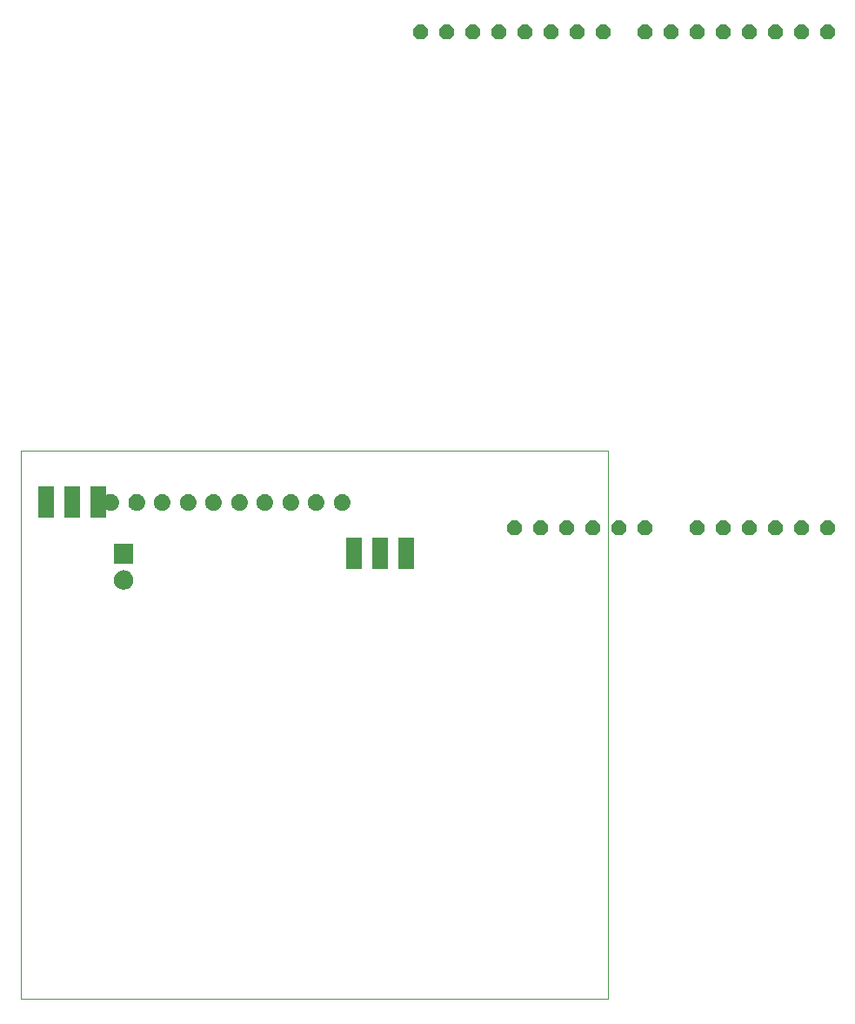
<source format=gbs>
G75*
G71*
%OFA0B0*%
%FSLAX23Y23*%
%IPPOS*%
%LPD*%
%ADD10C,0.1*%
%LPD*%D10*
X0Y0D02*
X0Y100D01*
X0Y200D01*
X0Y300D01*
X0Y400D01*
X0Y499D01*
X0Y599D01*
X0Y699D01*
X0Y799D01*
X0Y899D01*
X0Y999D01*
X0Y1099D01*
X0Y1199D01*
X0Y1299D01*
X0Y1398D01*
X0Y1498D01*
X0Y1598D01*
X0Y1698D01*
X0Y1798D01*
X0Y1898D01*
X0Y1998D01*
X0Y2098D01*
X0Y2198D01*
X0Y2297D01*
X0Y2397D01*
X0Y2497D01*
X0Y2597D01*
X0Y2697D01*
X0Y2797D01*
X0Y2897D01*
X0Y2997D01*
X0Y3097D01*
X0Y3196D01*
X0Y3296D01*
X0Y3396D01*
X0Y3496D01*
X0Y3596D01*
X0Y3696D01*
X0Y3796D01*
X0Y3896D01*
X0Y3995D01*
X0Y4095D01*
X0Y4195D01*
X0Y4295D01*
X0Y4395D01*
X0Y4495D01*
X0Y4595D01*
X0Y4695D01*
X0Y4795D01*
X0Y4894D01*
X0Y4994D01*
X0Y5094D01*
X0Y5194D01*
X0Y5294D01*
X0Y5394D01*
X0Y5494D01*
X0Y5594D01*
X0Y5694D01*
X0Y5793D01*
X0Y5893D01*
X0Y5993D01*
X0Y6093D01*
X0Y6193D01*
X0Y6293D01*
X0Y6393D01*
X0Y6493D01*
X0Y6593D01*
X0Y6692D01*
X0Y6792D01*
X0Y6892D01*
X0Y6992D01*
X0Y7092D01*
X0Y7192D01*
X0Y7292D01*
X0Y7392D01*
X0Y7492D01*
X0Y7591D01*
X0Y7691D01*
X0Y7791D01*
X0Y7891D01*
X0Y7991D01*
X0Y8091D01*
X0Y8191D01*
X0Y8291D01*
X0Y8391D01*
X0Y8490D01*
X0Y8590D01*
X0Y8690D01*
X0Y8790D01*
X0Y8890D01*
X0Y8990D01*
X0Y9090D01*
X0Y9190D01*
X0Y9290D01*
X0Y9389D01*
X0Y9489D01*
X0Y9589D01*
X0Y9689D01*
X0Y9789D01*
X0Y9889D01*
X0Y9989D01*
X0Y10089D01*
X0Y10188D01*
X0Y10288D01*
X0Y10388D01*
X0Y10488D01*
X0Y10588D01*
X0Y10688D01*
X0Y10788D01*
X0Y10888D01*
X0Y10988D01*
X0Y11087D01*
X0Y11187D01*
X0Y11287D01*
X0Y11387D01*
X0Y11487D01*
X0Y11587D01*
X0Y11687D01*
X0Y11787D01*
X0Y11887D01*
X0Y11986D01*
X0Y12086D01*
X0Y12186D01*
X0Y12286D01*
X0Y12386D01*
X0Y12486D01*
X0Y12586D01*
X0Y12686D01*
X0Y12786D01*
X0Y12885D01*
X0Y12985D01*
X0Y13085D01*
X0Y13185D01*
X0Y13285D01*
X0Y13385D01*
X0Y13485D01*
X0Y13585D01*
X0Y13685D01*
X0Y13784D01*
X0Y13884D01*
X0Y13984D01*
X0Y14084D01*
X0Y14184D01*
X0Y14284D01*
X0Y14384D01*
X0Y14484D01*
X0Y14584D01*
X0Y14683D01*
X0Y14783D01*
X0Y14883D01*
X0Y14983D01*
X0Y15083D01*
X0Y15183D01*
X0Y15283D01*
X0Y15383D01*
X0Y15483D01*
X0Y15582D01*
X0Y15682D01*
X0Y15782D01*
X0Y15882D01*
X0Y15982D01*
X0Y16082D01*
X0Y16182D01*
X0Y16282D01*
X0Y16381D01*
X0Y16481D01*
X0Y16581D01*
X0Y16681D01*
X0Y16781D01*
X0Y16881D01*
X0Y16981D01*
X0Y17081D01*
X0Y17181D01*
X0Y17280D01*
X0Y17380D01*
X0Y17480D01*
X0Y17580D01*
X0Y17680D01*
X0Y17780D01*
X0Y17880D01*
X0Y17980D01*
X0Y18080D01*
X0Y18179D01*
X0Y18279D01*
X0Y18379D01*
X0Y18479D01*
X0Y18579D01*
X0Y18679D01*
X0Y18779D01*
X0Y18879D01*
X0Y18979D01*
X0Y19078D01*
X0Y19178D01*
X0Y19278D01*
X0Y19378D01*
X0Y19478D01*
X0Y19578D01*
X0Y19678D01*
X0Y19778D01*
X0Y19878D01*
X0Y19977D01*
X0Y20077D01*
X0Y20177D01*
X0Y20277D01*
X0Y20377D01*
X0Y20477D01*
X0Y20577D01*
X0Y20677D01*
X0Y20777D01*
X0Y20876D01*
X0Y20976D01*
X0Y21076D01*
X0Y21176D01*
X0Y21276D01*
X0Y21376D01*
X0Y21476D01*
X0Y21576D01*
X0Y21676D01*
X0Y21775D01*
X0Y21875D01*
X0Y21975D01*
X0Y22075D01*
X0Y22175D01*
X0Y22275D01*
X0Y22375D01*
X0Y22475D01*
X0Y22575D01*
X0Y22674D01*
X0Y22774D01*
X0Y22874D01*
X0Y22974D01*
X0Y23074D01*
X0Y23174D01*
X0Y23274D01*
X0Y23374D01*
X0Y23473D01*
X0Y23573D01*
X0Y23673D01*
X0Y23773D01*
X0Y23873D01*
X0Y23973D01*
X0Y24073D01*
X0Y24173D01*
X0Y24273D01*
X0Y24372D01*
X0Y24472D01*
X0Y24572D01*
X0Y24672D01*
X0Y24772D01*
X0Y24872D01*
X0Y24972D01*
X0Y25072D01*
X0Y25172D01*
X0Y25271D01*
X0Y25371D01*
X0Y25471D01*
X0Y25571D01*
X0Y25671D01*
X0Y25771D01*
X0Y25871D01*
X0Y25971D01*
X0Y26071D01*
X0Y26170D01*
X0Y26270D01*
X0Y26370D01*
X0Y26470D01*
X0Y26570D01*
X0Y26670D01*
X0Y26770D01*
X0Y26870D01*
X0Y26970D01*
X0Y27069D01*
X0Y27169D01*
X0Y27269D01*
X0Y27369D01*
X0Y27469D01*
X0Y27569D01*
X0Y27669D01*
X0Y27769D01*
X0Y27869D01*
X0Y27968D01*
X0Y28068D01*
X0Y28168D01*
X0Y28268D01*
X0Y28368D01*
X0Y28468D01*
X0Y28568D01*
X0Y28668D01*
X0Y28768D01*
X0Y28867D01*
X0Y28967D01*
X0Y29067D01*
X0Y29167D01*
X0Y29267D01*
X0Y29367D01*
X0Y29467D01*
X0Y29567D01*
X0Y29667D01*
X0Y29766D01*
X0Y29866D01*
X0Y29966D01*
X0Y30066D01*
X0Y30166D01*
X0Y30266D01*
X0Y30366D01*
X0Y30466D01*
X0Y30565D01*
X0Y30665D01*
X0Y30765D01*
X0Y30865D01*
X0Y30965D01*
X0Y31065D01*
X0Y31165D01*
X0Y31265D01*
X0Y31365D01*
X0Y31464D01*
X0Y31564D01*
X0Y31664D01*
X0Y31764D01*
X0Y31864D01*
X0Y31964D01*
X0Y32064D01*
X0Y32164D01*
X0Y32264D01*
X0Y32363D01*
X0Y32463D01*
X0Y32563D01*
X0Y32663D01*
X0Y32763D01*
X0Y32863D01*
X0Y32963D01*
X0Y33063D01*
X0Y33163D01*
X0Y33262D01*
X0Y33362D01*
X0Y33462D01*
X0Y33562D01*
X0Y33662D01*
X0Y33762D01*
X0Y33862D01*
X0Y33962D01*
X0Y34062D01*
X0Y34161D01*
X0Y34261D01*
X0Y34361D01*
X0Y34461D01*
X0Y34561D01*
X0Y34661D01*
X0Y34761D01*
X0Y34861D01*
X0Y34961D01*
X0Y35060D01*
X0Y35160D01*
X0Y35260D01*
X0Y35360D01*
X0Y35460D01*
X0Y35560D01*
X0Y35660D01*
X0Y35760D01*
X0Y35860D01*
X0Y35959D01*
X0Y36059D01*
X0Y36159D01*
X0Y36259D01*
X0Y36359D01*
X0Y36459D01*
X0Y36559D01*
X0Y36659D01*
X0Y36759D01*
X0Y36858D01*
X0Y36958D01*
X0Y37058D01*
X0Y37158D01*
X0Y37258D01*
X0Y37358D01*
X0Y37458D01*
X0Y37558D01*
X0Y37658D01*
X0Y37757D01*
X0Y37857D01*
X0Y37957D01*
X0Y38057D01*
X0Y38157D01*
X0Y38257D01*
X0Y38357D01*
X0Y38457D01*
X0Y38556D01*
X0Y38656D01*
X0Y38756D01*
X0Y38856D01*
X0Y38956D01*
X0Y39056D01*
X0Y39156D01*
X0Y39256D01*
X0Y39356D01*
X0Y39455D01*
X0Y39555D01*
X0Y39655D01*
X0Y39755D01*
X0Y39855D01*
X0Y39955D01*
X0Y40055D01*
X0Y40155D01*
X0Y40255D01*
X0Y40354D01*
X0Y40454D01*
X0Y40554D01*
X0Y40654D01*
X0Y40754D01*
X0Y40854D01*
X0Y40954D01*
X0Y41054D01*
X0Y41154D01*
X0Y41253D01*
X0Y41353D01*
X0Y41453D01*
X0Y41553D01*
X0Y41653D01*
X0Y41753D01*
X0Y41853D01*
X0Y41953D01*
X0Y42053D01*
X0Y42152D01*
X0Y42252D01*
X0Y42352D01*
X0Y42452D01*
X0Y42552D01*
X0Y42652D01*
X0Y42752D01*
X0Y42852D01*
X0Y42952D01*
X0Y43051D01*
X0Y43151D01*
X0Y43251D01*
X0Y43351D01*
X0Y43451D01*
X0Y43551D01*
X0Y43651D01*
X0Y43751D01*
X0Y43851D01*
X0Y43950D01*
X0Y44050D01*
X0Y44150D01*
X0Y44250D01*
X0Y44350D01*
X0Y44450D01*
X0Y44550D01*
X0Y44650D01*
X0Y44750D01*
X0Y44849D01*
X0Y44949D01*
X0Y45049D01*
X0Y45149D01*
X0Y45249D01*
X0Y45349D01*
X0Y45449D01*
X0Y45549D01*
X0Y45649D01*
X0Y45748D01*
X0Y45848D01*
X0Y45948D01*
X0Y46048D01*
X0Y46148D01*
X0Y46248D01*
X0Y46348D01*
X0Y46448D01*
X0Y46548D01*
X0Y46647D01*
X0Y46747D01*
X0Y46847D01*
X0Y46947D01*
X0Y47047D01*
X0Y47147D01*
X0Y47247D01*
X0Y47347D01*
X0Y47447D01*
X0Y47546D01*
X0Y47646D01*
X0Y47746D01*
X0Y47846D01*
X0Y47946D01*
X0Y48046D01*
X0Y48146D01*
X0Y48246D01*
X0Y48346D01*
X0Y48445D01*
X0Y48545D01*
X0Y48645D01*
X0Y48745D01*
X0Y48845D01*
X0Y48945D01*
X0Y49045D01*
X0Y49145D01*
X0Y49244D01*
X0Y49344D01*
X0Y49444D01*
X0Y49544D01*
X0Y49644D01*
X0Y49744D01*
X0Y49844D01*
X0Y49944D01*
X0Y50044D01*
X0Y50143D01*
X0Y50243D01*
X0Y50343D01*
X0Y50443D01*
X0Y50543D01*
X0Y50643D01*
X0Y50743D01*
X0Y50843D01*
X0Y50943D01*
X0Y51043D01*
X0Y51142D01*
X0Y51242D01*
X0Y51342D01*
X0Y51442D01*
X0Y51542D01*
X0Y51642D01*
X0Y51742D01*
X0Y51842D01*
X0Y51942D01*
X0Y52041D01*
X0Y52141D01*
X0Y52241D01*
X0Y52341D01*
X0Y52441D01*
X0Y52541D01*
X0Y52641D01*
X0Y52741D01*
X0Y52841D01*
X0Y52940D01*
X0Y53040D01*
X0Y53140D01*
X0Y53240D01*
X0Y53340D01*
X100Y53340D01*
X200Y53340D01*
X300Y53340D01*
X400Y53340D01*
X500Y53340D01*
X599Y53340D01*
X699Y53340D01*
X799Y53340D01*
X899Y53340D01*
X999Y53340D01*
X1099Y53340D01*
X1199Y53340D01*
X1299Y53340D01*
X1399Y53340D01*
X1499Y53340D01*
X1599Y53340D01*
X1699Y53340D01*
X1798Y53340D01*
X1898Y53340D01*
X1998Y53340D01*
X2098Y53340D01*
X2198Y53340D01*
X2298Y53340D01*
X2398Y53340D01*
X2498Y53340D01*
X2598Y53340D01*
X2698Y53340D01*
X2798Y53340D01*
X2897Y53340D01*
X2997Y53340D01*
X3097Y53340D01*
X3197Y53340D01*
X3297Y53340D01*
X3397Y53340D01*
X3497Y53340D01*
X3597Y53340D01*
X3697Y53340D01*
X3797Y53340D01*
X3897Y53340D01*
X3996Y53340D01*
X4096Y53340D01*
X4196Y53340D01*
X4296Y53340D01*
X4396Y53340D01*
X4496Y53340D01*
X4596Y53340D01*
X4696Y53340D01*
X4796Y53340D01*
X4896Y53340D01*
X4996Y53340D01*
X5096Y53340D01*
X5195Y53340D01*
X5295Y53340D01*
X5395Y53340D01*
X5495Y53340D01*
X5595Y53340D01*
X5695Y53340D01*
X5795Y53340D01*
X5895Y53340D01*
X5995Y53340D01*
X6095Y53340D01*
X6195Y53340D01*
X6294Y53340D01*
X6394Y53340D01*
X6494Y53340D01*
X6594Y53340D01*
X6694Y53340D01*
X6794Y53340D01*
X6894Y53340D01*
X6994Y53340D01*
X7094Y53340D01*
X7194Y53340D01*
X7294Y53340D01*
X7393Y53340D01*
X7493Y53340D01*
X7593Y53340D01*
X7693Y53340D01*
X7793Y53340D01*
X7893Y53340D01*
X7993Y53340D01*
X8093Y53340D01*
X8193Y53340D01*
X8293Y53340D01*
X8393Y53340D01*
X8493Y53340D01*
X8592Y53340D01*
X8692Y53340D01*
X8792Y53340D01*
X8892Y53340D01*
X8992Y53340D01*
X9092Y53340D01*
X9192Y53340D01*
X9292Y53340D01*
X9392Y53340D01*
X9492Y53340D01*
X9592Y53340D01*
X9691Y53340D01*
X9791Y53340D01*
X9891Y53340D01*
X9991Y53340D01*
X10091Y53340D01*
X10191Y53340D01*
X10291Y53340D01*
X10391Y53340D01*
X10491Y53340D01*
X10591Y53340D01*
X10691Y53340D01*
X10791Y53340D01*
X10890Y53340D01*
X10990Y53340D01*
X11090Y53340D01*
X11190Y53340D01*
X11290Y53340D01*
X11390Y53340D01*
X11490Y53340D01*
X11590Y53340D01*
X11690Y53340D01*
X11790Y53340D01*
X11890Y53340D01*
X11989Y53340D01*
X12089Y53340D01*
X12189Y53340D01*
X12289Y53340D01*
X12389Y53340D01*
X12489Y53340D01*
X12589Y53340D01*
X12689Y53340D01*
X12789Y53340D01*
X12889Y53340D01*
X12989Y53340D01*
X13088Y53340D01*
X13188Y53340D01*
X13288Y53340D01*
X13388Y53340D01*
X13488Y53340D01*
X13588Y53340D01*
X13688Y53340D01*
X13788Y53340D01*
X13888Y53340D01*
X13988Y53340D01*
X14088Y53340D01*
X14188Y53340D01*
X14287Y53340D01*
X14387Y53340D01*
X14487Y53340D01*
X14587Y53340D01*
X14687Y53340D01*
X14787Y53340D01*
X14887Y53340D01*
X14987Y53340D01*
X15087Y53340D01*
X15187Y53340D01*
X15287Y53340D01*
X15386Y53340D01*
X15486Y53340D01*
X15586Y53340D01*
X15686Y53340D01*
X15786Y53340D01*
X15886Y53340D01*
X15986Y53340D01*
X16086Y53340D01*
X16186Y53340D01*
X16286Y53340D01*
X16386Y53340D01*
X16485Y53340D01*
X16585Y53340D01*
X16685Y53340D01*
X16785Y53340D01*
X16885Y53340D01*
X16985Y53340D01*
X17085Y53340D01*
X17185Y53340D01*
X17285Y53340D01*
X17385Y53340D01*
X17485Y53340D01*
X17585Y53340D01*
X17684Y53340D01*
X17784Y53340D01*
X17884Y53340D01*
X17984Y53340D01*
X18084Y53340D01*
X18184Y53340D01*
X18284Y53340D01*
X18384Y53340D01*
X18484Y53340D01*
X18584Y53340D01*
X18684Y53340D01*
X18783Y53340D01*
X18883Y53340D01*
X18983Y53340D01*
X19083Y53340D01*
X19183Y53340D01*
X19283Y53340D01*
X19383Y53340D01*
X19483Y53340D01*
X19583Y53340D01*
X19683Y53340D01*
X19783Y53340D01*
X19883Y53340D01*
X19982Y53340D01*
X20082Y53340D01*
X20182Y53340D01*
X20282Y53340D01*
X20382Y53340D01*
X20482Y53340D01*
X20582Y53340D01*
X20682Y53340D01*
X20782Y53340D01*
X20882Y53340D01*
X20982Y53340D01*
X21081Y53340D01*
X21181Y53340D01*
X21281Y53340D01*
X21381Y53340D01*
X21481Y53340D01*
X21581Y53340D01*
X21681Y53340D01*
X21781Y53340D01*
X21881Y53340D01*
X21981Y53340D01*
X22081Y53340D01*
X22180Y53340D01*
X22280Y53340D01*
X22380Y53340D01*
X22480Y53340D01*
X22580Y53340D01*
X22680Y53340D01*
X22780Y53340D01*
X22880Y53340D01*
X22980Y53340D01*
X23080Y53340D01*
X23180Y53340D01*
X23280Y53340D01*
X23379Y53340D01*
X23479Y53340D01*
X23579Y53340D01*
X23679Y53340D01*
X23779Y53340D01*
X23879Y53340D01*
X23979Y53340D01*
X24079Y53340D01*
X24179Y53340D01*
X24279Y53340D01*
X24379Y53340D01*
X24478Y53340D01*
X24578Y53340D01*
X24678Y53340D01*
X24778Y53340D01*
X24878Y53340D01*
X24978Y53340D01*
X25078Y53340D01*
X25178Y53340D01*
X25278Y53340D01*
X25378Y53340D01*
X25478Y53340D01*
X25578Y53340D01*
X25677Y53340D01*
X25777Y53340D01*
X25877Y53340D01*
X25977Y53340D01*
X26077Y53340D01*
X26177Y53340D01*
X26277Y53340D01*
X26377Y53340D01*
X26477Y53340D01*
X26577Y53340D01*
X26677Y53340D01*
X26776Y53340D01*
X26876Y53340D01*
X26976Y53340D01*
X27076Y53340D01*
X27176Y53340D01*
X27276Y53340D01*
X27376Y53340D01*
X27476Y53340D01*
X27576Y53340D01*
X27676Y53340D01*
X27776Y53340D01*
X27875Y53340D01*
X27975Y53340D01*
X28075Y53340D01*
X28175Y53340D01*
X28275Y53340D01*
X28375Y53340D01*
X28475Y53340D01*
X28575Y53340D01*
X28675Y53340D01*
X28775Y53340D01*
X28875Y53340D01*
X28975Y53340D01*
X29074Y53340D01*
X29174Y53340D01*
X29274Y53340D01*
X29374Y53340D01*
X29474Y53340D01*
X29574Y53340D01*
X29674Y53340D01*
X29774Y53340D01*
X29874Y53340D01*
X29974Y53340D01*
X30074Y53340D01*
X30173Y53340D01*
X30273Y53340D01*
X30373Y53340D01*
X30473Y53340D01*
X30573Y53340D01*
X30673Y53340D01*
X30773Y53340D01*
X30873Y53340D01*
X30973Y53340D01*
X31073Y53340D01*
X31173Y53340D01*
X31273Y53340D01*
X31372Y53340D01*
X31472Y53340D01*
X31572Y53340D01*
X31672Y53340D01*
X31772Y53340D01*
X31872Y53340D01*
X31972Y53340D01*
X32072Y53340D01*
X32172Y53340D01*
X32272Y53340D01*
X32372Y53340D01*
X32471Y53340D01*
X32571Y53340D01*
X32671Y53340D01*
X32771Y53340D01*
X32871Y53340D01*
X32971Y53340D01*
X33071Y53340D01*
X33171Y53340D01*
X33271Y53340D01*
X33371Y53340D01*
X33471Y53340D01*
X33571Y53340D01*
X33670Y53340D01*
X33770Y53340D01*
X33870Y53340D01*
X33970Y53340D01*
X34070Y53340D01*
X34170Y53340D01*
X34270Y53340D01*
X34370Y53340D01*
X34470Y53340D01*
X34570Y53340D01*
X34670Y53340D01*
X34769Y53340D01*
X34869Y53340D01*
X34969Y53340D01*
X35069Y53340D01*
X35169Y53340D01*
X35269Y53340D01*
X35369Y53340D01*
X35469Y53340D01*
X35569Y53340D01*
X35669Y53340D01*
X35769Y53340D01*
X35868Y53340D01*
X35968Y53340D01*
X36068Y53340D01*
X36168Y53340D01*
X36268Y53340D01*
X36368Y53340D01*
X36468Y53340D01*
X36568Y53340D01*
X36668Y53340D01*
X36768Y53340D01*
X36868Y53340D01*
X36968Y53340D01*
X37067Y53340D01*
X37167Y53340D01*
X37267Y53340D01*
X37367Y53340D01*
X37467Y53340D01*
X37567Y53340D01*
X37667Y53340D01*
X37767Y53340D01*
X37867Y53340D01*
X37967Y53340D01*
X38067Y53340D01*
X38166Y53340D01*
X38266Y53340D01*
X38366Y53340D01*
X38466Y53340D01*
X38566Y53340D01*
X38666Y53340D01*
X38766Y53340D01*
X38866Y53340D01*
X38966Y53340D01*
X39066Y53340D01*
X39166Y53340D01*
X39265Y53340D01*
X39365Y53340D01*
X39465Y53340D01*
X39565Y53340D01*
X39665Y53340D01*
X39765Y53340D01*
X39865Y53340D01*
X39965Y53340D01*
X40065Y53340D01*
X40165Y53340D01*
X40265Y53340D01*
X40365Y53340D01*
X40464Y53340D01*
X40564Y53340D01*
X40664Y53340D01*
X40764Y53340D01*
X40864Y53340D01*
X40964Y53340D01*
X41064Y53340D01*
X41164Y53340D01*
X41264Y53340D01*
X41364Y53340D01*
X41464Y53340D01*
X41563Y53340D01*
X41663Y53340D01*
X41763Y53340D01*
X41863Y53340D01*
X41963Y53340D01*
X42063Y53340D01*
X42163Y53340D01*
X42263Y53340D01*
X42363Y53340D01*
X42463Y53340D01*
X42563Y53340D01*
X42663Y53340D01*
X42762Y53340D01*
X42862Y53340D01*
X42962Y53340D01*
X43062Y53340D01*
X43162Y53340D01*
X43262Y53340D01*
X43362Y53340D01*
X43462Y53340D01*
X43562Y53340D01*
X43662Y53340D01*
X43762Y53340D01*
X43861Y53340D01*
X43961Y53340D01*
X44061Y53340D01*
X44161Y53340D01*
X44261Y53340D01*
X44361Y53340D01*
X44461Y53340D01*
X44561Y53340D01*
X44661Y53340D01*
X44761Y53340D01*
X44861Y53340D01*
X44961Y53340D01*
X45060Y53340D01*
X45160Y53340D01*
X45260Y53340D01*
X45360Y53340D01*
X45460Y53340D01*
X45560Y53340D01*
X45660Y53340D01*
X45760Y53340D01*
X45860Y53340D01*
X45960Y53340D01*
X46060Y53340D01*
X46159Y53340D01*
X46259Y53340D01*
X46359Y53340D01*
X46459Y53340D01*
X46559Y53340D01*
X46659Y53340D01*
X46759Y53340D01*
X46859Y53340D01*
X46959Y53340D01*
X47059Y53340D01*
X47159Y53340D01*
X47259Y53340D01*
X47358Y53340D01*
X47458Y53340D01*
X47558Y53340D01*
X47658Y53340D01*
X47758Y53340D01*
X47858Y53340D01*
X47958Y53340D01*
X48058Y53340D01*
X48158Y53340D01*
X48258Y53340D01*
X48358Y53340D01*
X48457Y53340D01*
X48557Y53340D01*
X48657Y53340D01*
X48757Y53340D01*
X48857Y53340D01*
X48957Y53340D01*
X49057Y53340D01*
X49157Y53340D01*
X49257Y53340D01*
X49357Y53340D01*
X49457Y53340D01*
X49557Y53340D01*
X49656Y53340D01*
X49756Y53340D01*
X49856Y53340D01*
X49956Y53340D01*
X50056Y53340D01*
X50156Y53340D01*
X50256Y53340D01*
X50356Y53340D01*
X50456Y53340D01*
X50556Y53340D01*
X50656Y53340D01*
X50755Y53340D01*
X50855Y53340D01*
X50955Y53340D01*
X51055Y53340D01*
X51155Y53340D01*
X51255Y53340D01*
X51355Y53340D01*
X51455Y53340D01*
X51555Y53340D01*
X51655Y53340D01*
X51755Y53340D01*
X51855Y53340D01*
X51954Y53340D01*
X52054Y53340D01*
X52154Y53340D01*
X52254Y53340D01*
X52354Y53340D01*
X52454Y53340D01*
X52554Y53340D01*
X52654Y53340D01*
X52754Y53340D01*
X52854Y53340D01*
X52954Y53340D01*
X53053Y53340D01*
X53153Y53340D01*
X53253Y53340D01*
X53353Y53340D01*
X53453Y53340D01*
X53553Y53340D01*
X53653Y53340D01*
X53753Y53340D01*
X53853Y53340D01*
X53953Y53340D01*
X54053Y53340D01*
X54153Y53340D01*
X54252Y53340D01*
X54352Y53340D01*
X54452Y53340D01*
X54552Y53340D01*
X54652Y53340D01*
X54752Y53340D01*
X54852Y53340D01*
X54952Y53340D01*
X55052Y53340D01*
X55152Y53340D01*
X55252Y53340D01*
X55351Y53340D01*
X55451Y53340D01*
X55551Y53340D01*
X55651Y53340D01*
X55751Y53340D01*
X55851Y53340D01*
X55951Y53340D01*
X56051Y53340D01*
X56151Y53340D01*
X56251Y53340D01*
X56351Y53340D01*
X56451Y53340D01*
X56550Y53340D01*
X56650Y53340D01*
X56750Y53340D01*
X56850Y53340D01*
X56950Y53340D01*
X57050Y53340D01*
X57150Y53340D01*
X57150Y53240D01*
X57150Y53140D01*
X57150Y53040D01*
X57150Y52940D01*
X57150Y52841D01*
X57150Y52741D01*
X57150Y52641D01*
X57150Y52541D01*
X57150Y52441D01*
X57150Y52341D01*
X57150Y52241D01*
X57150Y52141D01*
X57150Y52041D01*
X57150Y51942D01*
X57150Y51842D01*
X57150Y51742D01*
X57150Y51642D01*
X57150Y51542D01*
X57150Y51442D01*
X57150Y51342D01*
X57150Y51242D01*
X57150Y51142D01*
X57150Y51043D01*
X57150Y50943D01*
X57150Y50843D01*
X57150Y50743D01*
X57150Y50643D01*
X57150Y50543D01*
X57150Y50443D01*
X57150Y50343D01*
X57150Y50243D01*
X57150Y50144D01*
X57150Y50044D01*
X57150Y49944D01*
X57150Y49844D01*
X57150Y49744D01*
X57150Y49644D01*
X57150Y49544D01*
X57150Y49444D01*
X57150Y49345D01*
X57150Y49245D01*
X57150Y49145D01*
X57150Y49045D01*
X57150Y48945D01*
X57150Y48845D01*
X57150Y48745D01*
X57150Y48645D01*
X57150Y48545D01*
X57150Y48446D01*
X57150Y48346D01*
X57150Y48246D01*
X57150Y48146D01*
X57150Y48046D01*
X57150Y47946D01*
X57150Y47846D01*
X57150Y47746D01*
X57150Y47646D01*
X57150Y47547D01*
X57150Y47447D01*
X57150Y47347D01*
X57150Y47247D01*
X57150Y47147D01*
X57150Y47047D01*
X57150Y46947D01*
X57150Y46847D01*
X57150Y46747D01*
X57150Y46648D01*
X57150Y46548D01*
X57150Y46448D01*
X57150Y46348D01*
X57150Y46248D01*
X57150Y46148D01*
X57150Y46048D01*
X57150Y45948D01*
X57150Y45848D01*
X57150Y45749D01*
X57150Y45649D01*
X57150Y45549D01*
X57150Y45449D01*
X57150Y45349D01*
X57150Y45249D01*
X57150Y45149D01*
X57150Y45049D01*
X57150Y44949D01*
X57150Y44850D01*
X57150Y44750D01*
X57150Y44650D01*
X57150Y44550D01*
X57150Y44450D01*
X57150Y44350D01*
X57150Y44250D01*
X57150Y44150D01*
X57150Y44050D01*
X57150Y43951D01*
X57150Y43851D01*
X57150Y43751D01*
X57150Y43651D01*
X57150Y43551D01*
X57150Y43451D01*
X57150Y43351D01*
X57150Y43251D01*
X57150Y43152D01*
X57150Y43052D01*
X57150Y42952D01*
X57150Y42852D01*
X57150Y42752D01*
X57150Y42652D01*
X57150Y42552D01*
X57150Y42452D01*
X57150Y42352D01*
X57150Y42253D01*
X57150Y42153D01*
X57150Y42053D01*
X57150Y41953D01*
X57150Y41853D01*
X57150Y41753D01*
X57150Y41653D01*
X57150Y41553D01*
X57150Y41453D01*
X57150Y41354D01*
X57150Y41254D01*
X57150Y41154D01*
X57150Y41054D01*
X57150Y40954D01*
X57150Y40854D01*
X57150Y40754D01*
X57150Y40654D01*
X57150Y40554D01*
X57150Y40455D01*
X57150Y40355D01*
X57150Y40255D01*
X57150Y40155D01*
X57150Y40055D01*
X57150Y39955D01*
X57150Y39855D01*
X57150Y39755D01*
X57150Y39655D01*
X57150Y39556D01*
X57150Y39456D01*
X57150Y39356D01*
X57150Y39256D01*
X57150Y39156D01*
X57150Y39056D01*
X57150Y38956D01*
X57150Y38856D01*
X57150Y38756D01*
X57150Y38657D01*
X57150Y38557D01*
X57150Y38457D01*
X57150Y38357D01*
X57150Y38257D01*
X57150Y38157D01*
X57150Y38057D01*
X57150Y37957D01*
X57150Y37857D01*
X57150Y37758D01*
X57150Y37658D01*
X57150Y37558D01*
X57150Y37458D01*
X57150Y37358D01*
X57150Y37258D01*
X57150Y37158D01*
X57150Y37058D01*
X57150Y36959D01*
X57150Y36859D01*
X57150Y36759D01*
X57150Y36659D01*
X57150Y36559D01*
X57150Y36459D01*
X57150Y36359D01*
X57150Y36259D01*
X57150Y36159D01*
X57150Y36060D01*
X57150Y35960D01*
X57150Y35860D01*
X57150Y35760D01*
X57150Y35660D01*
X57150Y35560D01*
X57150Y35460D01*
X57150Y35360D01*
X57150Y35260D01*
X57150Y35161D01*
X57150Y35061D01*
X57150Y34961D01*
X57150Y34861D01*
X57150Y34761D01*
X57150Y34661D01*
X57150Y34561D01*
X57150Y34461D01*
X57150Y34361D01*
X57150Y34262D01*
X57150Y34162D01*
X57150Y34062D01*
X57150Y33962D01*
X57150Y33862D01*
X57150Y33762D01*
X57150Y33662D01*
X57150Y33562D01*
X57150Y33462D01*
X57150Y33363D01*
X57150Y33263D01*
X57150Y33163D01*
X57150Y33063D01*
X57150Y32963D01*
X57150Y32863D01*
X57150Y32763D01*
X57150Y32663D01*
X57150Y32563D01*
X57150Y32464D01*
X57150Y32364D01*
X57150Y32264D01*
X57150Y32164D01*
X57150Y32064D01*
X57150Y31964D01*
X57150Y31864D01*
X57150Y31764D01*
X57150Y31664D01*
X57150Y31565D01*
X57150Y31465D01*
X57150Y31365D01*
X57150Y31265D01*
X57150Y31165D01*
X57150Y31065D01*
X57150Y30965D01*
X57150Y30865D01*
X57150Y30765D01*
X57150Y30666D01*
X57150Y30566D01*
X57150Y30466D01*
X57150Y30366D01*
X57150Y30266D01*
X57150Y30166D01*
X57150Y30066D01*
X57150Y29966D01*
X57150Y29867D01*
X57150Y29767D01*
X57150Y29667D01*
X57150Y29567D01*
X57150Y29467D01*
X57150Y29367D01*
X57150Y29267D01*
X57150Y29167D01*
X57150Y29067D01*
X57150Y28968D01*
X57150Y28868D01*
X57150Y28768D01*
X57150Y28668D01*
X57150Y28568D01*
X57150Y28468D01*
X57150Y28368D01*
X57150Y28268D01*
X57150Y28168D01*
X57150Y28069D01*
X57150Y27969D01*
X57150Y27869D01*
X57150Y27769D01*
X57150Y27669D01*
X57150Y27569D01*
X57150Y27469D01*
X57150Y27369D01*
X57150Y27269D01*
X57150Y27170D01*
X57150Y27070D01*
X57150Y26970D01*
X57150Y26870D01*
X57150Y26770D01*
X57150Y26670D01*
X57150Y26570D01*
X57150Y26470D01*
X57150Y26370D01*
X57150Y26271D01*
X57150Y26171D01*
X57150Y26071D01*
X57150Y25971D01*
X57150Y25871D01*
X57150Y25771D01*
X57150Y25671D01*
X57150Y25571D01*
X57150Y25471D01*
X57150Y25372D01*
X57150Y25272D01*
X57150Y25172D01*
X57150Y25072D01*
X57150Y24972D01*
X57150Y24872D01*
X57150Y24772D01*
X57150Y24672D01*
X57150Y24572D01*
X57150Y24473D01*
X57150Y24373D01*
X57150Y24273D01*
X57150Y24173D01*
X57150Y24073D01*
X57150Y23973D01*
X57150Y23873D01*
X57150Y23773D01*
X57150Y23673D01*
X57150Y23574D01*
X57150Y23474D01*
X57150Y23374D01*
X57150Y23274D01*
X57150Y23174D01*
X57150Y23074D01*
X57150Y22974D01*
X57150Y22874D01*
X57150Y22775D01*
X57150Y22675D01*
X57150Y22575D01*
X57150Y22475D01*
X57150Y22375D01*
X57150Y22275D01*
X57150Y22175D01*
X57150Y22075D01*
X57150Y21975D01*
X57150Y21876D01*
X57150Y21776D01*
X57150Y21676D01*
X57150Y21576D01*
X57150Y21476D01*
X57150Y21376D01*
X57150Y21276D01*
X57150Y21176D01*
X57150Y21076D01*
X57150Y20977D01*
X57150Y20877D01*
X57150Y20777D01*
X57150Y20677D01*
X57150Y20577D01*
X57150Y20477D01*
X57150Y20377D01*
X57150Y20277D01*
X57150Y20177D01*
X57150Y20078D01*
X57150Y19978D01*
X57150Y19878D01*
X57150Y19778D01*
X57150Y19678D01*
X57150Y19578D01*
X57150Y19478D01*
X57150Y19378D01*
X57150Y19278D01*
X57150Y19179D01*
X57150Y19079D01*
X57150Y18979D01*
X57150Y18879D01*
X57150Y18779D01*
X57150Y18679D01*
X57150Y18579D01*
X57150Y18479D01*
X57150Y18379D01*
X57150Y18280D01*
X57150Y18180D01*
X57150Y18080D01*
X57150Y17980D01*
X57150Y17880D01*
X57150Y17780D01*
X57150Y17680D01*
X57150Y17580D01*
X57150Y17480D01*
X57150Y17381D01*
X57150Y17281D01*
X57150Y17181D01*
X57150Y17081D01*
X57150Y16981D01*
X57150Y16881D01*
X57150Y16781D01*
X57150Y16681D01*
X57150Y16581D01*
X57150Y16482D01*
X57150Y16382D01*
X57150Y16282D01*
X57150Y16182D01*
X57150Y16082D01*
X57150Y15982D01*
X57150Y15882D01*
X57150Y15782D01*
X57150Y15682D01*
X57150Y15583D01*
X57150Y15483D01*
X57150Y15383D01*
X57150Y15283D01*
X57150Y15183D01*
X57150Y15083D01*
X57150Y14983D01*
X57150Y14883D01*
X57150Y14784D01*
X57150Y14684D01*
X57150Y14584D01*
X57150Y14484D01*
X57150Y14384D01*
X57150Y14284D01*
X57150Y14184D01*
X57150Y14084D01*
X57150Y13984D01*
X57150Y13885D01*
X57150Y13785D01*
X57150Y13685D01*
X57150Y13585D01*
X57150Y13485D01*
X57150Y13385D01*
X57150Y13285D01*
X57150Y13185D01*
X57150Y13085D01*
X57150Y12986D01*
X57150Y12886D01*
X57150Y12786D01*
X57150Y12686D01*
X57150Y12586D01*
X57150Y12486D01*
X57150Y12386D01*
X57150Y12286D01*
X57150Y12186D01*
X57150Y12087D01*
X57150Y11987D01*
X57150Y11887D01*
X57150Y11787D01*
X57150Y11687D01*
X57150Y11587D01*
X57150Y11487D01*
X57150Y11387D01*
X57150Y11287D01*
X57150Y11188D01*
X57150Y11088D01*
X57150Y10988D01*
X57150Y10888D01*
X57150Y10788D01*
X57150Y10688D01*
X57150Y10588D01*
X57150Y10488D01*
X57150Y10388D01*
X57150Y10289D01*
X57150Y10189D01*
X57150Y10089D01*
X57150Y9989D01*
X57150Y9889D01*
X57150Y9789D01*
X57150Y9689D01*
X57150Y9589D01*
X57150Y9489D01*
X57150Y9390D01*
X57150Y9290D01*
X57150Y9190D01*
X57150Y9090D01*
X57150Y8990D01*
X57150Y8890D01*
X57150Y8790D01*
X57150Y8690D01*
X57150Y8590D01*
X57150Y8491D01*
X57150Y8391D01*
X57150Y8291D01*
X57150Y8191D01*
X57150Y8091D01*
X57150Y7991D01*
X57150Y7891D01*
X57150Y7791D01*
X57150Y7691D01*
X57150Y7592D01*
X57150Y7492D01*
X57150Y7392D01*
X57150Y7292D01*
X57150Y7192D01*
X57150Y7092D01*
X57150Y6992D01*
X57150Y6892D01*
X57150Y6792D01*
X57150Y6693D01*
X57150Y6593D01*
X57150Y6493D01*
X57150Y6393D01*
X57150Y6293D01*
X57150Y6193D01*
X57150Y6093D01*
X57150Y5993D01*
X57150Y5893D01*
X57150Y5794D01*
X57150Y5694D01*
X57150Y5594D01*
X57150Y5494D01*
X57150Y5394D01*
X57150Y5294D01*
X57150Y5194D01*
X57150Y5094D01*
X57150Y4994D01*
X57150Y4895D01*
X57150Y4795D01*
X57150Y4695D01*
X57150Y4595D01*
X57150Y4495D01*
X57150Y4395D01*
X57150Y4295D01*
X57150Y4195D01*
X57150Y4096D01*
X57150Y3996D01*
X57150Y3896D01*
X57150Y3796D01*
X57150Y3696D01*
X57150Y3596D01*
X57150Y3496D01*
X57150Y3396D01*
X57150Y3296D01*
X57150Y3197D01*
X57150Y3097D01*
X57150Y2997D01*
X57150Y2897D01*
X57150Y2797D01*
X57150Y2697D01*
X57150Y2597D01*
X57150Y2497D01*
X57150Y2397D01*
X57150Y2297D01*
X57150Y2198D01*
X57150Y2098D01*
X57150Y1998D01*
X57150Y1898D01*
X57150Y1798D01*
X57150Y1698D01*
X57150Y1598D01*
X57150Y1498D01*
X57150Y1398D01*
X57150Y1299D01*
X57150Y1199D01*
X57150Y1099D01*
X57150Y999D01*
X57150Y899D01*
X57150Y799D01*
X57150Y699D01*
X57150Y599D01*
X57150Y499D01*
X57150Y400D01*
X57150Y300D01*
X57150Y200D01*
X57150Y100D01*
X57150Y0D01*
X57050Y0D01*
X56950Y0D01*
X56850Y0D01*
X56750Y0D01*
X56650Y0D01*
X56551Y0D01*
X56451Y0D01*
X56351Y0D01*
X56251Y0D01*
X56151Y0D01*
X56051Y0D01*
X55951Y0D01*
X55851Y0D01*
X55751Y0D01*
X55651Y0D01*
X55551Y0D01*
X55451Y0D01*
X55352Y0D01*
X55252Y0D01*
X55152Y0D01*
X55052Y0D01*
X54952Y0D01*
X54852Y0D01*
X54752Y0D01*
X54652Y0D01*
X54552Y0D01*
X54452Y0D01*
X54352Y0D01*
X54253Y0D01*
X54153Y0D01*
X54053Y0D01*
X53953Y0D01*
X53853Y0D01*
X53753Y0D01*
X53653Y0D01*
X53553Y0D01*
X53453Y0D01*
X53353Y0D01*
X53253Y0D01*
X53154Y0D01*
X53054Y0D01*
X52954Y0D01*
X52854Y0D01*
X52754Y0D01*
X52654Y0D01*
X52554Y0D01*
X52454Y0D01*
X52354Y0D01*
X52254Y0D01*
X52154Y0D01*
X52054Y0D01*
X51955Y0D01*
X51855Y0D01*
X51755Y0D01*
X51655Y0D01*
X51555Y0D01*
X51455Y0D01*
X51355Y0D01*
X51255Y0D01*
X51155Y0D01*
X51055Y0D01*
X50955Y0D01*
X50856Y0D01*
X50756Y0D01*
X50656Y0D01*
X50556Y0D01*
X50456Y0D01*
X50356Y0D01*
X50256Y0D01*
X50156Y0D01*
X50056Y0D01*
X49956Y0D01*
X49856Y0D01*
X49757Y0D01*
X49657Y0D01*
X49557Y0D01*
X49457Y0D01*
X49357Y0D01*
X49257Y0D01*
X49157Y0D01*
X49057Y0D01*
X48957Y0D01*
X48857Y0D01*
X48757Y0D01*
X48657Y0D01*
X48558Y0D01*
X48458Y0D01*
X48358Y0D01*
X48258Y0D01*
X48158Y0D01*
X48058Y0D01*
X47958Y0D01*
X47858Y0D01*
X47758Y0D01*
X47658Y0D01*
X47558Y0D01*
X47459Y0D01*
X47359Y0D01*
X47259Y0D01*
X47159Y0D01*
X47059Y0D01*
X46959Y0D01*
X46859Y0D01*
X46759Y0D01*
X46659Y0D01*
X46559Y0D01*
X46459Y0D01*
X46359Y0D01*
X46260Y0D01*
X46160Y0D01*
X46060Y0D01*
X45960Y0D01*
X45860Y0D01*
X45760Y0D01*
X45660Y0D01*
X45560Y0D01*
X45460Y0D01*
X45360Y0D01*
X45260Y0D01*
X45161Y0D01*
X45061Y0D01*
X44961Y0D01*
X44861Y0D01*
X44761Y0D01*
X44661Y0D01*
X44561Y0D01*
X44461Y0D01*
X44361Y0D01*
X44261Y0D01*
X44161Y0D01*
X44062Y0D01*
X43962Y0D01*
X43862Y0D01*
X43762Y0D01*
X43662Y0D01*
X43562Y0D01*
X43462Y0D01*
X43362Y0D01*
X43262Y0D01*
X43162Y0D01*
X43062Y0D01*
X42962Y0D01*
X42863Y0D01*
X42763Y0D01*
X42663Y0D01*
X42563Y0D01*
X42463Y0D01*
X42363Y0D01*
X42263Y0D01*
X42163Y0D01*
X42063Y0D01*
X41963Y0D01*
X41863Y0D01*
X41764Y0D01*
X41664Y0D01*
X41564Y0D01*
X41464Y0D01*
X41364Y0D01*
X41264Y0D01*
X41164Y0D01*
X41064Y0D01*
X40964Y0D01*
X40864Y0D01*
X40764Y0D01*
X40665Y0D01*
X40565Y0D01*
X40465Y0D01*
X40365Y0D01*
X40265Y0D01*
X40165Y0D01*
X40065Y0D01*
X39965Y0D01*
X39865Y0D01*
X39765Y0D01*
X39665Y0D01*
X39565Y0D01*
X39466Y0D01*
X39366Y0D01*
X39266Y0D01*
X39166Y0D01*
X39066Y0D01*
X38966Y0D01*
X38866Y0D01*
X38766Y0D01*
X38666Y0D01*
X38566Y0D01*
X38466Y0D01*
X38367Y0D01*
X38267Y0D01*
X38167Y0D01*
X38067Y0D01*
X37967Y0D01*
X37867Y0D01*
X37767Y0D01*
X37667Y0D01*
X37567Y0D01*
X37467Y0D01*
X37367Y0D01*
X37267Y0D01*
X37168Y0D01*
X37068Y0D01*
X36968Y0D01*
X36868Y0D01*
X36768Y0D01*
X36668Y0D01*
X36568Y0D01*
X36468Y0D01*
X36368Y0D01*
X36268Y0D01*
X36168Y0D01*
X36069Y0D01*
X35969Y0D01*
X35869Y0D01*
X35769Y0D01*
X35669Y0D01*
X35569Y0D01*
X35469Y0D01*
X35369Y0D01*
X35269Y0D01*
X35169Y0D01*
X35069Y0D01*
X34970Y0D01*
X34870Y0D01*
X34770Y0D01*
X34670Y0D01*
X34570Y0D01*
X34470Y0D01*
X34370Y0D01*
X34270Y0D01*
X34170Y0D01*
X34070Y0D01*
X33970Y0D01*
X33870Y0D01*
X33771Y0D01*
X33671Y0D01*
X33571Y0D01*
X33471Y0D01*
X33371Y0D01*
X33271Y0D01*
X33171Y0D01*
X33071Y0D01*
X32971Y0D01*
X32871Y0D01*
X32771Y0D01*
X32672Y0D01*
X32572Y0D01*
X32472Y0D01*
X32372Y0D01*
X32272Y0D01*
X32172Y0D01*
X32072Y0D01*
X31972Y0D01*
X31872Y0D01*
X31772Y0D01*
X31672Y0D01*
X31572Y0D01*
X31473Y0D01*
X31373Y0D01*
X31273Y0D01*
X31173Y0D01*
X31073Y0D01*
X30973Y0D01*
X30873Y0D01*
X30773Y0D01*
X30673Y0D01*
X30573Y0D01*
X30473Y0D01*
X30374Y0D01*
X30274Y0D01*
X30174Y0D01*
X30074Y0D01*
X29974Y0D01*
X29874Y0D01*
X29774Y0D01*
X29674Y0D01*
X29574Y0D01*
X29474Y0D01*
X29374Y0D01*
X29275Y0D01*
X29175Y0D01*
X29075Y0D01*
X28975Y0D01*
X28875Y0D01*
X28775Y0D01*
X28675Y0D01*
X28575Y0D01*
X28475Y0D01*
X28375Y0D01*
X28275Y0D01*
X28175Y0D01*
X28076Y0D01*
X27976Y0D01*
X27876Y0D01*
X27776Y0D01*
X27676Y0D01*
X27576Y0D01*
X27476Y0D01*
X27376Y0D01*
X27276Y0D01*
X27176Y0D01*
X27076Y0D01*
X26977Y0D01*
X26877Y0D01*
X26777Y0D01*
X26677Y0D01*
X26577Y0D01*
X26477Y0D01*
X26377Y0D01*
X26277Y0D01*
X26177Y0D01*
X26077Y0D01*
X25977Y0D01*
X25877Y0D01*
X25778Y0D01*
X25678Y0D01*
X25578Y0D01*
X25478Y0D01*
X25378Y0D01*
X25278Y0D01*
X25178Y0D01*
X25078Y0D01*
X24978Y0D01*
X24878Y0D01*
X24778Y0D01*
X24679Y0D01*
X24579Y0D01*
X24479Y0D01*
X24379Y0D01*
X24279Y0D01*
X24179Y0D01*
X24079Y0D01*
X23979Y0D01*
X23879Y0D01*
X23779Y0D01*
X23679Y0D01*
X23579Y0D01*
X23480Y0D01*
X23380Y0D01*
X23280Y0D01*
X23180Y0D01*
X23080Y0D01*
X22980Y0D01*
X22880Y0D01*
X22780Y0D01*
X22680Y0D01*
X22580Y0D01*
X22480Y0D01*
X22381Y0D01*
X22281Y0D01*
X22181Y0D01*
X22081Y0D01*
X21981Y0D01*
X21881Y0D01*
X21781Y0D01*
X21681Y0D01*
X21581Y0D01*
X21481Y0D01*
X21381Y0D01*
X21282Y0D01*
X21182Y0D01*
X21082Y0D01*
X20982Y0D01*
X20882Y0D01*
X20782Y0D01*
X20682Y0D01*
X20582Y0D01*
X20482Y0D01*
X20382Y0D01*
X20282Y0D01*
X20182Y0D01*
X20083Y0D01*
X19983Y0D01*
X19883Y0D01*
X19783Y0D01*
X19683Y0D01*
X19583Y0D01*
X19483Y0D01*
X19383Y0D01*
X19283Y0D01*
X19183Y0D01*
X19083Y0D01*
X18984Y0D01*
X18884Y0D01*
X18784Y0D01*
X18684Y0D01*
X18584Y0D01*
X18484Y0D01*
X18384Y0D01*
X18284Y0D01*
X18184Y0D01*
X18084Y0D01*
X17984Y0D01*
X17885Y0D01*
X17785Y0D01*
X17685Y0D01*
X17585Y0D01*
X17485Y0D01*
X17385Y0D01*
X17285Y0D01*
X17185Y0D01*
X17085Y0D01*
X16985Y0D01*
X16885Y0D01*
X16785Y0D01*
X16686Y0D01*
X16586Y0D01*
X16486Y0D01*
X16386Y0D01*
X16286Y0D01*
X16186Y0D01*
X16086Y0D01*
X15986Y0D01*
X15886Y0D01*
X15786Y0D01*
X15686Y0D01*
X15587Y0D01*
X15487Y0D01*
X15387Y0D01*
X15287Y0D01*
X15187Y0D01*
X15087Y0D01*
X14987Y0D01*
X14887Y0D01*
X14787Y0D01*
X14687Y0D01*
X14587Y0D01*
X14487Y0D01*
X14388Y0D01*
X14288Y0D01*
X14188Y0D01*
X14088Y0D01*
X13988Y0D01*
X13888Y0D01*
X13788Y0D01*
X13688Y0D01*
X13588Y0D01*
X13488Y0D01*
X13388Y0D01*
X13289Y0D01*
X13189Y0D01*
X13089Y0D01*
X12989Y0D01*
X12889Y0D01*
X12789Y0D01*
X12689Y0D01*
X12589Y0D01*
X12489Y0D01*
X12389Y0D01*
X12289Y0D01*
X12189Y0D01*
X12090Y0D01*
X11990Y0D01*
X11890Y0D01*
X11790Y0D01*
X11690Y0D01*
X11590Y0D01*
X11490Y0D01*
X11390Y0D01*
X11290Y0D01*
X11190Y0D01*
X11090Y0D01*
X10991Y0D01*
X10891Y0D01*
X10791Y0D01*
X10691Y0D01*
X10591Y0D01*
X10491Y0D01*
X10391Y0D01*
X10291Y0D01*
X10191Y0D01*
X10091Y0D01*
X9991Y0D01*
X9891Y0D01*
X9792Y0D01*
X9692Y0D01*
X9592Y0D01*
X9492Y0D01*
X9392Y0D01*
X9292Y0D01*
X9192Y0D01*
X9092Y0D01*
X8992Y0D01*
X8892Y0D01*
X8792Y0D01*
X8693Y0D01*
X8593Y0D01*
X8493Y0D01*
X8393Y0D01*
X8293Y0D01*
X8193Y0D01*
X8093Y0D01*
X7993Y0D01*
X7893Y0D01*
X7793Y0D01*
X7693Y0D01*
X7593Y0D01*
X7494Y0D01*
X7394Y0D01*
X7294Y0D01*
X7194Y0D01*
X7094Y0D01*
X6994Y0D01*
X6894Y0D01*
X6794Y0D01*
X6694Y0D01*
X6594Y0D01*
X6494Y0D01*
X6395Y0D01*
X6295Y0D01*
X6195Y0D01*
X6095Y0D01*
X5995Y0D01*
X5895Y0D01*
X5795Y0D01*
X5695Y0D01*
X5595Y0D01*
X5495Y0D01*
X5395Y0D01*
X5295Y0D01*
X5196Y0D01*
X5096Y0D01*
X4996Y0D01*
X4896Y0D01*
X4796Y0D01*
X4696Y0D01*
X4596Y0D01*
X4496Y0D01*
X4396Y0D01*
X4296Y0D01*
X4196Y0D01*
X4097Y0D01*
X3997Y0D01*
X3897Y0D01*
X3797Y0D01*
X3697Y0D01*
X3597Y0D01*
X3497Y0D01*
X3397Y0D01*
X3297Y0D01*
X3197Y0D01*
X3097Y0D01*
X2997Y0D01*
X2898Y0D01*
X2798Y0D01*
X2698Y0D01*
X2598Y0D01*
X2498Y0D01*
X2398Y0D01*
X2298Y0D01*
X2198Y0D01*
X2098Y0D01*
X1998Y0D01*
X1898Y0D01*
X1799Y0D01*
X1699Y0D01*
X1599Y0D01*
X1499Y0D01*
X1399Y0D01*
X1299Y0D01*
X1199Y0D01*
X1099Y0D01*
X999Y0D01*
X899Y0D01*
X799Y0D01*
X699Y0D01*
X600Y0D01*
X500Y0D01*
X400Y0D01*
X300Y0D01*
X200Y0D01*
X100Y0D01*
X0Y0D01*
X0Y0D01*
G36*
X8730Y47527D02*
X8628Y47534D01*
X8528Y47553D01*
X8431Y47584D01*
X8338Y47628D01*
X8252Y47682D01*
X8174Y47747D01*
X8104Y47822D01*
X8044Y47904D01*
X7995Y47994D01*
X7957Y48089D01*
X7932Y48188D01*
X7919Y48289D01*
X7919Y48391D01*
X7932Y48492D01*
X7957Y48591D01*
X7995Y48686D01*
X8044Y48776D01*
X8104Y48858D01*
X8174Y48933D01*
X8252Y48998D01*
X8338Y49052D01*
X8431Y49096D01*
X8528Y49127D01*
X8628Y49146D01*
X8730Y49153D01*
X8832Y49146D01*
X8932Y49127D01*
X9029Y49096D01*
X9122Y49052D01*
X9208Y48998D01*
X9286Y48933D01*
X9356Y48858D01*
X9416Y48776D01*
X9465Y48686D01*
X9503Y48591D01*
X9528Y48492D01*
X9541Y48391D01*
X9541Y48289D01*
X9528Y48188D01*
X9503Y48089D01*
X9465Y47994D01*
X9416Y47904D01*
X9356Y47822D01*
X9286Y47747D01*
X9208Y47682D01*
X9122Y47628D01*
X9029Y47584D01*
X8932Y47553D01*
X8832Y47534D01*
X8730Y47527D01*
G37*
G36*
X11270Y47527D02*
X11168Y47534D01*
X11068Y47553D01*
X10971Y47584D01*
X10878Y47628D01*
X10792Y47682D01*
X10714Y47747D01*
X10644Y47822D01*
X10584Y47904D01*
X10535Y47994D01*
X10497Y48089D01*
X10472Y48188D01*
X10459Y48289D01*
X10459Y48391D01*
X10472Y48492D01*
X10497Y48591D01*
X10535Y48686D01*
X10584Y48776D01*
X10644Y48858D01*
X10714Y48933D01*
X10792Y48998D01*
X10878Y49052D01*
X10971Y49096D01*
X11068Y49127D01*
X11168Y49146D01*
X11270Y49153D01*
X11372Y49146D01*
X11472Y49127D01*
X11569Y49096D01*
X11662Y49052D01*
X11748Y48998D01*
X11826Y48933D01*
X11896Y48858D01*
X11956Y48776D01*
X12005Y48686D01*
X12043Y48591D01*
X12068Y48492D01*
X12081Y48391D01*
X12081Y48289D01*
X12068Y48188D01*
X12043Y48089D01*
X12005Y47994D01*
X11956Y47904D01*
X11896Y47822D01*
X11826Y47747D01*
X11748Y47682D01*
X11662Y47628D01*
X11569Y47584D01*
X11472Y47553D01*
X11372Y47534D01*
X11270Y47527D01*
G37*
G36*
X13730Y47527D02*
X13628Y47534D01*
X13528Y47553D01*
X13431Y47584D01*
X13338Y47628D01*
X13252Y47682D01*
X13174Y47747D01*
X13104Y47822D01*
X13044Y47904D01*
X12995Y47994D01*
X12957Y48089D01*
X12932Y48188D01*
X12919Y48289D01*
X12919Y48391D01*
X12932Y48492D01*
X12957Y48591D01*
X12995Y48686D01*
X13044Y48776D01*
X13104Y48858D01*
X13174Y48933D01*
X13252Y48998D01*
X13338Y49052D01*
X13431Y49096D01*
X13528Y49127D01*
X13628Y49146D01*
X13730Y49153D01*
X13832Y49146D01*
X13932Y49127D01*
X14029Y49096D01*
X14122Y49052D01*
X14208Y48998D01*
X14286Y48933D01*
X14356Y48858D01*
X14416Y48776D01*
X14465Y48686D01*
X14503Y48591D01*
X14528Y48492D01*
X14541Y48391D01*
X14541Y48289D01*
X14528Y48188D01*
X14503Y48089D01*
X14465Y47994D01*
X14416Y47904D01*
X14356Y47822D01*
X14286Y47747D01*
X14208Y47682D01*
X14122Y47628D01*
X14029Y47584D01*
X13932Y47553D01*
X13832Y47534D01*
X13730Y47527D01*
G37*
G36*
X16270Y47527D02*
X16168Y47534D01*
X16068Y47553D01*
X15971Y47584D01*
X15878Y47628D01*
X15792Y47682D01*
X15714Y47747D01*
X15644Y47822D01*
X15584Y47904D01*
X15535Y47994D01*
X15497Y48089D01*
X15472Y48188D01*
X15459Y48289D01*
X15459Y48391D01*
X15472Y48492D01*
X15497Y48591D01*
X15535Y48686D01*
X15584Y48776D01*
X15644Y48858D01*
X15714Y48933D01*
X15792Y48998D01*
X15878Y49052D01*
X15971Y49096D01*
X16068Y49127D01*
X16168Y49146D01*
X16270Y49153D01*
X16372Y49146D01*
X16472Y49127D01*
X16569Y49096D01*
X16662Y49052D01*
X16748Y48998D01*
X16826Y48933D01*
X16896Y48858D01*
X16956Y48776D01*
X17005Y48686D01*
X17043Y48591D01*
X17068Y48492D01*
X17081Y48391D01*
X17081Y48289D01*
X17068Y48188D01*
X17043Y48089D01*
X17005Y47994D01*
X16956Y47904D01*
X16896Y47822D01*
X16826Y47747D01*
X16748Y47682D01*
X16662Y47628D01*
X16569Y47584D01*
X16472Y47553D01*
X16372Y47534D01*
X16270Y47527D01*
G37*
G36*
X18730Y47527D02*
X18628Y47534D01*
X18528Y47553D01*
X18431Y47584D01*
X18338Y47628D01*
X18252Y47682D01*
X18174Y47747D01*
X18104Y47822D01*
X18044Y47904D01*
X17995Y47994D01*
X17957Y48089D01*
X17932Y48188D01*
X17919Y48289D01*
X17919Y48391D01*
X17932Y48492D01*
X17957Y48591D01*
X17995Y48686D01*
X18044Y48776D01*
X18104Y48858D01*
X18174Y48933D01*
X18252Y48998D01*
X18338Y49052D01*
X18431Y49096D01*
X18528Y49127D01*
X18628Y49146D01*
X18730Y49153D01*
X18832Y49146D01*
X18932Y49127D01*
X19029Y49096D01*
X19122Y49052D01*
X19208Y48998D01*
X19286Y48933D01*
X19356Y48858D01*
X19416Y48776D01*
X19465Y48686D01*
X19503Y48591D01*
X19528Y48492D01*
X19541Y48391D01*
X19541Y48289D01*
X19528Y48188D01*
X19503Y48089D01*
X19465Y47994D01*
X19416Y47904D01*
X19356Y47822D01*
X19286Y47747D01*
X19208Y47682D01*
X19122Y47628D01*
X19029Y47584D01*
X18932Y47553D01*
X18832Y47534D01*
X18730Y47527D01*
G37*
G36*
X21270Y47527D02*
X21168Y47534D01*
X21068Y47553D01*
X20971Y47584D01*
X20878Y47628D01*
X20792Y47682D01*
X20714Y47747D01*
X20644Y47822D01*
X20584Y47904D01*
X20535Y47994D01*
X20497Y48089D01*
X20472Y48188D01*
X20459Y48289D01*
X20459Y48391D01*
X20472Y48492D01*
X20497Y48591D01*
X20535Y48686D01*
X20584Y48776D01*
X20644Y48858D01*
X20714Y48933D01*
X20792Y48998D01*
X20878Y49052D01*
X20971Y49096D01*
X21068Y49127D01*
X21168Y49146D01*
X21270Y49153D01*
X21372Y49146D01*
X21472Y49127D01*
X21569Y49096D01*
X21662Y49052D01*
X21748Y48998D01*
X21826Y48933D01*
X21896Y48858D01*
X21956Y48776D01*
X22005Y48686D01*
X22043Y48591D01*
X22068Y48492D01*
X22081Y48391D01*
X22081Y48289D01*
X22068Y48188D01*
X22043Y48089D01*
X22005Y47994D01*
X21956Y47904D01*
X21896Y47822D01*
X21826Y47747D01*
X21748Y47682D01*
X21662Y47628D01*
X21569Y47584D01*
X21472Y47553D01*
X21372Y47534D01*
X21270Y47527D01*
G37*
G36*
X23730Y47527D02*
X23628Y47534D01*
X23528Y47553D01*
X23431Y47584D01*
X23338Y47628D01*
X23252Y47682D01*
X23174Y47747D01*
X23104Y47822D01*
X23044Y47904D01*
X22995Y47994D01*
X22957Y48089D01*
X22932Y48188D01*
X22919Y48289D01*
X22919Y48391D01*
X22932Y48492D01*
X22957Y48591D01*
X22995Y48686D01*
X23044Y48776D01*
X23104Y48858D01*
X23174Y48933D01*
X23252Y48998D01*
X23338Y49052D01*
X23431Y49096D01*
X23528Y49127D01*
X23628Y49146D01*
X23730Y49153D01*
X23832Y49146D01*
X23932Y49127D01*
X24029Y49096D01*
X24122Y49052D01*
X24208Y48998D01*
X24286Y48933D01*
X24356Y48858D01*
X24416Y48776D01*
X24465Y48686D01*
X24503Y48591D01*
X24528Y48492D01*
X24541Y48391D01*
X24541Y48289D01*
X24528Y48188D01*
X24503Y48089D01*
X24465Y47994D01*
X24416Y47904D01*
X24356Y47822D01*
X24286Y47747D01*
X24208Y47682D01*
X24122Y47628D01*
X24029Y47584D01*
X23932Y47553D01*
X23832Y47534D01*
X23730Y47527D01*
G37*
G36*
X26270Y47527D02*
X26168Y47534D01*
X26068Y47553D01*
X25971Y47584D01*
X25878Y47628D01*
X25792Y47682D01*
X25714Y47747D01*
X25644Y47822D01*
X25584Y47904D01*
X25535Y47994D01*
X25497Y48089D01*
X25472Y48188D01*
X25459Y48289D01*
X25459Y48391D01*
X25472Y48492D01*
X25497Y48591D01*
X25535Y48686D01*
X25584Y48776D01*
X25644Y48858D01*
X25714Y48933D01*
X25792Y48998D01*
X25878Y49052D01*
X25971Y49096D01*
X26068Y49127D01*
X26168Y49146D01*
X26270Y49153D01*
X26372Y49146D01*
X26472Y49127D01*
X26569Y49096D01*
X26662Y49052D01*
X26748Y48998D01*
X26826Y48933D01*
X26896Y48858D01*
X26956Y48776D01*
X27005Y48686D01*
X27043Y48591D01*
X27068Y48492D01*
X27081Y48391D01*
X27081Y48289D01*
X27068Y48188D01*
X27043Y48089D01*
X27005Y47994D01*
X26956Y47904D01*
X26896Y47822D01*
X26826Y47747D01*
X26748Y47682D01*
X26662Y47628D01*
X26569Y47584D01*
X26472Y47553D01*
X26372Y47534D01*
X26270Y47527D01*
G37*
G36*
X28730Y47527D02*
X28628Y47534D01*
X28528Y47553D01*
X28431Y47584D01*
X28338Y47628D01*
X28252Y47682D01*
X28174Y47747D01*
X28104Y47822D01*
X28044Y47904D01*
X27995Y47994D01*
X27957Y48089D01*
X27932Y48188D01*
X27919Y48289D01*
X27919Y48391D01*
X27932Y48492D01*
X27957Y48591D01*
X27995Y48686D01*
X28044Y48776D01*
X28104Y48858D01*
X28174Y48933D01*
X28252Y48998D01*
X28338Y49052D01*
X28431Y49096D01*
X28528Y49127D01*
X28628Y49146D01*
X28730Y49153D01*
X28832Y49146D01*
X28932Y49127D01*
X29029Y49096D01*
X29122Y49052D01*
X29208Y48998D01*
X29286Y48933D01*
X29356Y48858D01*
X29416Y48776D01*
X29465Y48686D01*
X29503Y48591D01*
X29528Y48492D01*
X29541Y48391D01*
X29541Y48289D01*
X29528Y48188D01*
X29503Y48089D01*
X29465Y47994D01*
X29416Y47904D01*
X29356Y47822D01*
X29286Y47747D01*
X29208Y47682D01*
X29122Y47628D01*
X29029Y47584D01*
X28932Y47553D01*
X28832Y47534D01*
X28730Y47527D01*
G37*
G36*
X31270Y47527D02*
X31168Y47534D01*
X31068Y47553D01*
X30971Y47584D01*
X30878Y47628D01*
X30792Y47682D01*
X30714Y47747D01*
X30644Y47822D01*
X30584Y47904D01*
X30535Y47994D01*
X30497Y48089D01*
X30472Y48188D01*
X30459Y48289D01*
X30459Y48391D01*
X30472Y48492D01*
X30497Y48591D01*
X30535Y48686D01*
X30584Y48776D01*
X30644Y48858D01*
X30714Y48933D01*
X30792Y48998D01*
X30878Y49052D01*
X30971Y49096D01*
X31068Y49127D01*
X31168Y49146D01*
X31270Y49153D01*
X31372Y49146D01*
X31472Y49127D01*
X31569Y49096D01*
X31662Y49052D01*
X31748Y48998D01*
X31826Y48933D01*
X31896Y48858D01*
X31956Y48776D01*
X32005Y48686D01*
X32043Y48591D01*
X32068Y48492D01*
X32081Y48391D01*
X32081Y48289D01*
X32068Y48188D01*
X32043Y48089D01*
X32005Y47994D01*
X31956Y47904D01*
X31896Y47822D01*
X31826Y47747D01*
X31748Y47682D01*
X31662Y47628D01*
X31569Y47584D01*
X31472Y47553D01*
X31372Y47534D01*
X31270Y47527D01*
G37*
G36*
X9050Y44290D02*
X10950Y44290D01*
X10950Y42390D01*
X9050Y42390D01*
G37*
G36*
X10000Y41750D02*
X10000Y41750D01*
X10099Y41745D01*
X10198Y41729D01*
X10294Y41704D01*
X10386Y41668D01*
X10475Y41623D01*
X10558Y41569D01*
X10636Y41506D01*
X10706Y41436D01*
X10769Y41358D01*
X10823Y41275D01*
X10868Y41186D01*
X10904Y41094D01*
X10929Y40998D01*
X10945Y40899D01*
X10950Y40800D01*
X10950Y40800D01*
X10945Y40701D01*
X10929Y40602D01*
X10904Y40506D01*
X10868Y40414D01*
X10823Y40325D01*
X10769Y40242D01*
X10706Y40164D01*
X10636Y40094D01*
X10558Y40031D01*
X10475Y39977D01*
X10386Y39932D01*
X10294Y39896D01*
X10198Y39871D01*
X10099Y39855D01*
X10000Y39850D01*
X10000Y39850D01*
X9901Y39855D01*
X9802Y39871D01*
X9706Y39896D01*
X9614Y39932D01*
X9525Y39977D01*
X9442Y40031D01*
X9364Y40094D01*
X9294Y40164D01*
X9231Y40242D01*
X9177Y40325D01*
X9132Y40414D01*
X9096Y40506D01*
X9071Y40602D01*
X9055Y40701D01*
X9050Y40800D01*
X9050Y40800D01*
X9055Y40899D01*
X9071Y40998D01*
X9096Y41094D01*
X9132Y41186D01*
X9177Y41275D01*
X9231Y41358D01*
X9294Y41436D01*
X9364Y41506D01*
X9442Y41569D01*
X9525Y41623D01*
X9614Y41668D01*
X9706Y41704D01*
X9802Y41729D01*
X9901Y41745D01*
X10000Y41750D01*
G37*
G36*
X33222Y44864D02*
X33222Y41816D01*
X31698Y41816D01*
X31698Y44864D01*
G37*
G36*
X35762Y44864D02*
X35762Y41816D01*
X34238Y41816D01*
X34238Y44864D01*
G37*
G36*
X38302Y44864D02*
X38302Y41816D01*
X36778Y41816D01*
X36778Y44864D01*
G37*
G36*
X48738Y45590D02*
X48323Y45167D01*
X47730Y45162D01*
X47307Y45577D01*
X47302Y46170D01*
X47717Y46593D01*
X48310Y46598D01*
X48733Y46183D01*
G37*
G36*
X51278Y45590D02*
X50863Y45167D01*
X50270Y45162D01*
X49847Y45577D01*
X49842Y46170D01*
X50257Y46593D01*
X50850Y46598D01*
X51273Y46183D01*
G37*
G36*
X53818Y45590D02*
X53403Y45167D01*
X52810Y45162D01*
X52387Y45577D01*
X52382Y46170D01*
X52797Y46593D01*
X53390Y46598D01*
X53813Y46183D01*
G37*
G36*
X66518Y45590D02*
X66103Y45167D01*
X65510Y45162D01*
X65087Y45577D01*
X65082Y46170D01*
X65497Y46593D01*
X66090Y46598D01*
X66513Y46183D01*
G37*
G36*
X69058Y45590D02*
X68643Y45167D01*
X68050Y45162D01*
X67627Y45577D01*
X67622Y46170D01*
X68037Y46593D01*
X68630Y46598D01*
X69053Y46183D01*
G37*
G36*
X71598Y45590D02*
X71183Y45167D01*
X70590Y45162D01*
X70167Y45577D01*
X70162Y46170D01*
X70577Y46593D01*
X71170Y46598D01*
X71593Y46183D01*
G37*
G36*
X74138Y45590D02*
X73723Y45167D01*
X73130Y45162D01*
X72707Y45577D01*
X72702Y46170D01*
X73117Y46593D01*
X73710Y46598D01*
X74133Y46183D01*
G37*
G36*
X49754Y93850D02*
X49339Y93427D01*
X48746Y93422D01*
X48323Y93837D01*
X48318Y94430D01*
X48733Y94853D01*
X49326Y94858D01*
X49749Y94443D01*
G37*
G36*
X47214Y93850D02*
X46799Y93427D01*
X46206Y93422D01*
X45783Y93837D01*
X45778Y94430D01*
X46193Y94853D01*
X46786Y94858D01*
X47209Y94443D01*
G37*
G36*
X44674Y93850D02*
X44259Y93427D01*
X43666Y93422D01*
X43243Y93837D01*
X43238Y94430D01*
X43653Y94853D01*
X44246Y94858D01*
X44669Y94443D01*
G37*
G36*
X74138Y93850D02*
X73723Y93427D01*
X73130Y93422D01*
X72707Y93837D01*
X72702Y94430D01*
X73117Y94853D01*
X73710Y94858D01*
X74133Y94443D01*
G37*
G36*
X76678Y45590D02*
X76263Y45167D01*
X75670Y45162D01*
X75247Y45577D01*
X75242Y46170D01*
X75657Y46593D01*
X76250Y46598D01*
X76673Y46183D01*
G37*
G36*
X79218Y45590D02*
X78803Y45167D01*
X78210Y45162D01*
X77787Y45577D01*
X77782Y46170D01*
X78197Y46593D01*
X78790Y46598D01*
X79213Y46183D01*
G37*
G36*
X39594Y93850D02*
X39179Y93427D01*
X38586Y93422D01*
X38163Y93837D01*
X38158Y94430D01*
X38573Y94853D01*
X39166Y94858D01*
X39589Y94443D01*
G37*
G36*
X79218Y93850D02*
X78803Y93427D01*
X78210Y93422D01*
X77787Y93837D01*
X77782Y94430D01*
X78197Y94853D01*
X78790Y94858D01*
X79213Y94443D01*
G37*
G36*
X76678Y93850D02*
X76263Y93427D01*
X75670Y93422D01*
X75247Y93837D01*
X75242Y94430D01*
X75657Y94853D01*
X76250Y94858D01*
X76673Y94443D01*
G37*
G36*
X52294Y93850D02*
X51879Y93427D01*
X51286Y93422D01*
X50863Y93837D01*
X50858Y94430D01*
X51273Y94853D01*
X51866Y94858D01*
X52289Y94443D01*
G37*
G36*
X71598Y93850D02*
X71183Y93427D01*
X70590Y93422D01*
X70167Y93837D01*
X70162Y94430D01*
X70577Y94853D01*
X71170Y94858D01*
X71593Y94443D01*
G37*
G36*
X69058Y93850D02*
X68643Y93427D01*
X68050Y93422D01*
X67627Y93837D01*
X67622Y94430D01*
X68037Y94853D01*
X68630Y94858D01*
X69053Y94443D01*
G37*
G36*
X66518Y93850D02*
X66103Y93427D01*
X65510Y93422D01*
X65087Y93837D01*
X65082Y94430D01*
X65497Y94853D01*
X66090Y94858D01*
X66513Y94443D01*
G37*
G36*
X63978Y93850D02*
X63563Y93427D01*
X62970Y93422D01*
X62547Y93837D01*
X62542Y94430D01*
X62957Y94853D01*
X63550Y94858D01*
X63973Y94443D01*
G37*
G36*
X61438Y93850D02*
X61023Y93427D01*
X60430Y93422D01*
X60007Y93837D01*
X60002Y94430D01*
X60417Y94853D01*
X61010Y94858D01*
X61433Y94443D01*
G37*
G36*
X57374Y93850D02*
X56959Y93427D01*
X56366Y93422D01*
X55943Y93837D01*
X55938Y94430D01*
X56353Y94853D01*
X56946Y94858D01*
X57369Y94443D01*
G37*
G36*
X54834Y93850D02*
X54419Y93427D01*
X53826Y93422D01*
X53403Y93837D01*
X53398Y94430D01*
X53813Y94853D01*
X54406Y94858D01*
X54829Y94443D01*
G37*
G36*
X42134Y93850D02*
X41719Y93427D01*
X41126Y93422D01*
X40703Y93837D01*
X40698Y94430D01*
X41113Y94853D01*
X41706Y94858D01*
X42129Y94443D01*
G37*
G36*
X58898Y45590D02*
X58483Y45167D01*
X57890Y45162D01*
X57467Y45577D01*
X57462Y46170D01*
X57877Y46593D01*
X58470Y46598D01*
X58893Y46183D01*
G37*
G36*
X56358Y45590D02*
X55943Y45167D01*
X55350Y45162D01*
X54927Y45577D01*
X54922Y46170D01*
X55337Y46593D01*
X55930Y46598D01*
X56353Y46183D01*
G37*
G36*
X61438Y45590D02*
X61023Y45167D01*
X60430Y45162D01*
X60007Y45577D01*
X60002Y46170D01*
X60417Y46593D01*
X61010Y46598D01*
X61433Y46183D01*
G37*
G36*
X3222Y49864D02*
X3222Y46816D01*
X1698Y46816D01*
X1698Y49864D01*
G37*
G36*
X5762Y49864D02*
X5762Y46816D01*
X4238Y46816D01*
X4238Y49864D01*
G37*
G36*
X8302Y49864D02*
X8302Y46816D01*
X6778Y46816D01*
X6778Y49864D01*
G37*
M02*

</source>
